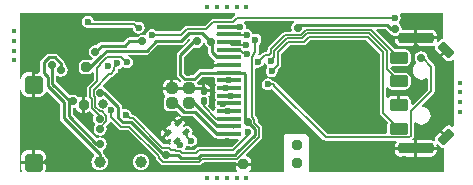
<source format=gbl>
G04*
G04 #@! TF.GenerationSoftware,Altium Limited,Altium Designer,21.8.1 (53)*
G04*
G04 Layer_Physical_Order=2*
G04 Layer_Color=16711680*
%FSLAX24Y24*%
%MOIN*%
G70*
G04*
G04 #@! TF.SameCoordinates,95809A84-84CF-4DA7-BFB4-83C52BA3911F*
G04*
G04*
G04 #@! TF.FilePolarity,Positive*
G04*
G01*
G75*
%ADD10C,0.0098*%
%ADD60C,0.0060*%
%ADD61C,0.0394*%
G04:AMPARAMS|DCode=74|XSize=21.7mil|YSize=23.6mil|CornerRadius=5.4mil|HoleSize=0mil|Usage=FLASHONLY|Rotation=0.000|XOffset=0mil|YOffset=0mil|HoleType=Round|Shape=RoundedRectangle|*
%AMROUNDEDRECTD74*
21,1,0.0217,0.0128,0,0,0.0*
21,1,0.0108,0.0236,0,0,0.0*
1,1,0.0108,0.0054,-0.0064*
1,1,0.0108,-0.0054,-0.0064*
1,1,0.0108,-0.0054,0.0064*
1,1,0.0108,0.0054,0.0064*
%
%ADD74ROUNDEDRECTD74*%
G04:AMPARAMS|DCode=86|XSize=25.2mil|YSize=17.7mil|CornerRadius=4.4mil|HoleSize=0mil|Usage=FLASHONLY|Rotation=225.000|XOffset=0mil|YOffset=0mil|HoleType=Round|Shape=RoundedRectangle|*
%AMROUNDEDRECTD86*
21,1,0.0252,0.0089,0,0,225.0*
21,1,0.0163,0.0177,0,0,225.0*
1,1,0.0089,-0.0089,-0.0026*
1,1,0.0089,0.0026,0.0089*
1,1,0.0089,0.0089,0.0026*
1,1,0.0089,-0.0026,-0.0089*
%
%ADD86ROUNDEDRECTD86*%
G04:AMPARAMS|DCode=99|XSize=31.5mil|YSize=31.5mil|CornerRadius=7.9mil|HoleSize=0mil|Usage=FLASHONLY|Rotation=0.000|XOffset=0mil|YOffset=0mil|HoleType=Round|Shape=RoundedRectangle|*
%AMROUNDEDRECTD99*
21,1,0.0315,0.0157,0,0,0.0*
21,1,0.0157,0.0315,0,0,0.0*
1,1,0.0157,0.0079,-0.0079*
1,1,0.0157,-0.0079,-0.0079*
1,1,0.0157,-0.0079,0.0079*
1,1,0.0157,0.0079,0.0079*
%
%ADD99ROUNDEDRECTD99*%
%ADD100C,0.0236*%
%ADD101C,0.0315*%
G04:AMPARAMS|DCode=102|XSize=31.5mil|YSize=31.5mil|CornerRadius=7.9mil|HoleSize=0mil|Usage=FLASHONLY|Rotation=90.000|XOffset=0mil|YOffset=0mil|HoleType=Round|Shape=RoundedRectangle|*
%AMROUNDEDRECTD102*
21,1,0.0315,0.0157,0,0,90.0*
21,1,0.0157,0.0315,0,0,90.0*
1,1,0.0157,0.0079,0.0079*
1,1,0.0157,0.0079,-0.0079*
1,1,0.0157,-0.0079,-0.0079*
1,1,0.0157,-0.0079,0.0079*
%
%ADD102ROUNDEDRECTD102*%
G04:AMPARAMS|DCode=103|XSize=63mil|YSize=63mil|CornerRadius=15.7mil|HoleSize=0mil|Usage=FLASHONLY|Rotation=0.000|XOffset=0mil|YOffset=0mil|HoleType=Round|Shape=RoundedRectangle|*
%AMROUNDEDRECTD103*
21,1,0.0630,0.0315,0,0,0.0*
21,1,0.0315,0.0630,0,0,0.0*
1,1,0.0315,0.0157,-0.0157*
1,1,0.0315,-0.0157,-0.0157*
1,1,0.0315,-0.0157,0.0157*
1,1,0.0315,0.0157,0.0157*
%
%ADD103ROUNDEDRECTD103*%
%ADD104C,0.0157*%
%ADD105C,0.0276*%
G04:AMPARAMS|DCode=106|XSize=55.1mil|YSize=31.5mil|CornerRadius=7.9mil|HoleSize=0mil|Usage=FLASHONLY|Rotation=135.000|XOffset=0mil|YOffset=0mil|HoleType=Round|Shape=RoundedRectangle|*
%AMROUNDEDRECTD106*
21,1,0.0551,0.0157,0,0,135.0*
21,1,0.0394,0.0315,0,0,135.0*
1,1,0.0157,-0.0084,0.0195*
1,1,0.0157,0.0195,-0.0084*
1,1,0.0157,0.0084,-0.0195*
1,1,0.0157,-0.0195,0.0084*
%
%ADD106ROUNDEDRECTD106*%
G04:AMPARAMS|DCode=107|XSize=55.1mil|YSize=31.5mil|CornerRadius=7.9mil|HoleSize=0mil|Usage=FLASHONLY|Rotation=45.000|XOffset=0mil|YOffset=0mil|HoleType=Round|Shape=RoundedRectangle|*
%AMROUNDEDRECTD107*
21,1,0.0551,0.0157,0,0,45.0*
21,1,0.0394,0.0315,0,0,45.0*
1,1,0.0157,0.0195,0.0084*
1,1,0.0157,-0.0084,-0.0195*
1,1,0.0157,-0.0195,-0.0084*
1,1,0.0157,0.0084,0.0195*
%
%ADD107ROUNDEDRECTD107*%
G04:AMPARAMS|DCode=108|XSize=39.4mil|YSize=63mil|CornerRadius=9.8mil|HoleSize=0mil|Usage=FLASHONLY|Rotation=90.000|XOffset=0mil|YOffset=0mil|HoleType=Round|Shape=RoundedRectangle|*
%AMROUNDEDRECTD108*
21,1,0.0394,0.0433,0,0,90.0*
21,1,0.0197,0.0630,0,0,90.0*
1,1,0.0197,0.0217,0.0098*
1,1,0.0197,0.0217,-0.0098*
1,1,0.0197,-0.0217,-0.0098*
1,1,0.0197,-0.0217,0.0098*
%
%ADD108ROUNDEDRECTD108*%
G04:AMPARAMS|DCode=109|XSize=118.1mil|YSize=33.5mil|CornerRadius=8.4mil|HoleSize=0mil|Usage=FLASHONLY|Rotation=0.000|XOffset=0mil|YOffset=0mil|HoleType=Round|Shape=RoundedRectangle|*
%AMROUNDEDRECTD109*
21,1,0.1181,0.0167,0,0,0.0*
21,1,0.1014,0.0335,0,0,0.0*
1,1,0.0167,0.0507,-0.0084*
1,1,0.0167,-0.0507,-0.0084*
1,1,0.0167,-0.0507,0.0084*
1,1,0.0167,0.0507,0.0084*
%
%ADD109ROUNDEDRECTD109*%
G04:AMPARAMS|DCode=110|XSize=82.7mil|YSize=13.8mil|CornerRadius=3.4mil|HoleSize=0mil|Usage=FLASHONLY|Rotation=180.000|XOffset=0mil|YOffset=0mil|HoleType=Round|Shape=RoundedRectangle|*
%AMROUNDEDRECTD110*
21,1,0.0827,0.0069,0,0,180.0*
21,1,0.0758,0.0138,0,0,180.0*
1,1,0.0069,-0.0379,0.0034*
1,1,0.0069,0.0379,0.0034*
1,1,0.0069,0.0379,-0.0034*
1,1,0.0069,-0.0379,-0.0034*
%
%ADD110ROUNDEDRECTD110*%
G04:AMPARAMS|DCode=111|XSize=37.4mil|YSize=37.4mil|CornerRadius=9.4mil|HoleSize=0mil|Usage=FLASHONLY|Rotation=0.000|XOffset=0mil|YOffset=0mil|HoleType=Round|Shape=RoundedRectangle|*
%AMROUNDEDRECTD111*
21,1,0.0374,0.0187,0,0,0.0*
21,1,0.0187,0.0374,0,0,0.0*
1,1,0.0187,0.0094,-0.0094*
1,1,0.0187,-0.0094,-0.0094*
1,1,0.0187,-0.0094,0.0094*
1,1,0.0187,0.0094,0.0094*
%
%ADD111ROUNDEDRECTD111*%
G36*
X14191Y-876D02*
X14199Y-914D01*
X14158Y-944D01*
X14140Y-948D01*
X14081Y-987D01*
X14011Y-1057D01*
X13965Y-1032D01*
X13972Y-999D01*
Y-965D01*
X13328D01*
Y-1186D01*
X13784D01*
X13856Y-1172D01*
X13879Y-1157D01*
X13924Y-1187D01*
X13916Y-1228D01*
X13930Y-1297D01*
X13970Y-1356D01*
X14073Y-1460D01*
X14258Y-1276D01*
X14329Y-1346D01*
X14144Y-1531D01*
X14248Y-1635D01*
X14307Y-1674D01*
X14377Y-1688D01*
X14447Y-1674D01*
X14497Y-1640D01*
X14547Y-1656D01*
Y-3860D01*
X14497Y-3875D01*
X14447Y-3841D01*
X14377Y-3828D01*
X14307Y-3841D01*
X14248Y-3881D01*
X14144Y-3985D01*
X14329Y-4169D01*
X14258Y-4240D01*
X14073Y-4056D01*
X13970Y-4159D01*
X13930Y-4219D01*
X13916Y-4288D01*
X13923Y-4325D01*
X13878Y-4355D01*
X13856Y-4340D01*
X13784Y-4326D01*
X13328D01*
Y-4546D01*
X13972D01*
Y-4513D01*
X13966Y-4484D01*
X14012Y-4460D01*
X14081Y-4528D01*
X14140Y-4568D01*
X14210Y-4582D01*
X14211Y-4629D01*
Y-5384D01*
X9715D01*
Y-4298D01*
X9703Y-4240D01*
X9680Y-4185D01*
X9647Y-4135D01*
X9626Y-4114D01*
X8970D01*
X8938Y-4121D01*
X8907Y-4133D01*
X8880Y-4152D01*
X8868Y-4163D01*
Y-5332D01*
X8869Y-5334D01*
X8839Y-5378D01*
X8830Y-5384D01*
X7740D01*
X7725Y-5334D01*
X7737Y-5326D01*
X7777Y-5267D01*
X7790Y-5197D01*
Y-5168D01*
X7269D01*
Y-5197D01*
X7282Y-5267D01*
X7322Y-5326D01*
X7334Y-5334D01*
X7319Y-5384D01*
X961D01*
X933Y-5334D01*
X950Y-5294D01*
X959Y-5226D01*
Y-5119D01*
X124D01*
Y-5226D01*
X133Y-5294D01*
X150Y-5334D01*
X121Y-5384D01*
X71D01*
Y-3306D01*
X75Y-2636D01*
X125Y-2633D01*
X133Y-2695D01*
X159Y-2758D01*
X200Y-2812D01*
X254Y-2853D01*
X317Y-2879D01*
X384Y-2888D01*
X491D01*
Y-2470D01*
Y-2053D01*
X384D01*
X317Y-2062D01*
X254Y-2088D01*
X200Y-2129D01*
X159Y-2183D01*
X133Y-2246D01*
X127Y-2293D01*
X77Y-2289D01*
X90Y-98D01*
X7255D01*
X7262Y-119D01*
X7263Y-148D01*
X7234Y-168D01*
X7134Y-268D01*
X6529D01*
X6487Y-276D01*
X6451Y-300D01*
X6238Y-513D01*
X5643D01*
X5601Y-521D01*
X5565Y-545D01*
X5414Y-696D01*
X4639D01*
X4622Y-672D01*
X4557Y-628D01*
X4480Y-613D01*
X4403Y-628D01*
X4338Y-672D01*
X4295Y-737D01*
X4284Y-788D01*
X4276Y-796D01*
X4236Y-820D01*
X4231Y-821D01*
X4164Y-808D01*
X4080Y-824D01*
X4008Y-872D01*
X3991Y-898D01*
X3720D01*
X3670Y-908D01*
X3628Y-936D01*
X3523Y-1041D01*
X2805D01*
X2755Y-1051D01*
X2713Y-1079D01*
X2632Y-1160D01*
X2593Y-1152D01*
X2509Y-1169D01*
X2437Y-1217D01*
X2389Y-1288D01*
X2373Y-1373D01*
X2389Y-1457D01*
X2437Y-1529D01*
X2490Y-1564D01*
X2501Y-1622D01*
X2453Y-1666D01*
X2433Y-1653D01*
X2372Y-1641D01*
X2215D01*
X2153Y-1653D01*
X2101Y-1688D01*
X2066Y-1740D01*
X2054Y-1801D01*
Y-1959D01*
X2066Y-2020D01*
X2101Y-2072D01*
X2153Y-2107D01*
X2215Y-2119D01*
X2372D01*
X2433Y-2107D01*
X2486Y-2072D01*
X2497Y-2056D01*
X2547Y-2071D01*
Y-2307D01*
X2340Y-2514D01*
X2316Y-2550D01*
X2308Y-2592D01*
Y-2867D01*
X2293Y-2879D01*
X2265D01*
Y-3140D01*
Y-3401D01*
X2293D01*
X2363Y-3387D01*
X2418Y-3350D01*
X2554Y-3486D01*
X2532Y-3518D01*
X2516Y-3603D01*
X2532Y-3687D01*
X2573Y-3748D01*
X2580Y-3759D01*
X2581Y-3819D01*
X2552Y-3862D01*
X2535Y-3947D01*
X2552Y-4031D01*
X2600Y-4103D01*
X2671Y-4151D01*
X2756Y-4168D01*
X2840Y-4151D01*
X2912Y-4103D01*
X2960Y-4031D01*
X2977Y-3947D01*
X2960Y-3862D01*
X2958Y-3860D01*
X3042Y-3775D01*
X3066Y-3739D01*
X3072Y-3711D01*
X3120Y-3689D01*
X3381Y-3949D01*
X3417Y-3973D01*
X3459Y-3981D01*
X3687D01*
X4603Y-4897D01*
Y-4917D01*
X4611Y-4960D01*
X4635Y-4996D01*
X4769Y-5129D01*
X4804Y-5153D01*
X4847Y-5162D01*
X5036D01*
X5073Y-5154D01*
X6062D01*
X6104Y-5146D01*
X6140Y-5122D01*
X6206Y-5055D01*
X7269D01*
Y-5068D01*
X7790D01*
Y-5039D01*
X7777Y-4970D01*
X7737Y-4911D01*
X7678Y-4871D01*
X7623Y-4860D01*
X7601Y-4811D01*
X8126Y-4287D01*
X8150Y-4251D01*
X8158Y-4209D01*
Y-3902D01*
X8150Y-3859D01*
X8126Y-3823D01*
X8006Y-3704D01*
Y-3636D01*
X7998Y-3594D01*
X7974Y-3558D01*
X7924Y-3508D01*
Y-1940D01*
X7974Y-1904D01*
X8022Y-1913D01*
X8098Y-1898D01*
X8164Y-1855D01*
X8207Y-1789D01*
X8213Y-1758D01*
X8264D01*
X8266Y-1770D01*
X8308Y-1832D01*
X8310Y-1836D01*
X8317Y-1900D01*
X8289Y-1941D01*
X8274Y-2018D01*
X8289Y-2095D01*
X8332Y-2160D01*
X8398Y-2203D01*
X8474Y-2218D01*
X8551Y-2203D01*
X8616Y-2160D01*
X8660Y-2095D01*
X8675Y-2018D01*
X8668Y-1981D01*
X8761Y-1887D01*
X8785Y-1851D01*
X8794Y-1809D01*
Y-1443D01*
X9073Y-1164D01*
X9539D01*
X9582Y-1156D01*
X9618Y-1131D01*
X9762Y-987D01*
X11623D01*
X12071Y-1435D01*
Y-3412D01*
X12080Y-3455D01*
X12104Y-3491D01*
X12347Y-3734D01*
X12323Y-3769D01*
X12310Y-3839D01*
Y-4035D01*
X12315Y-4063D01*
X12274Y-4113D01*
X10323D01*
X8671Y-2461D01*
X8670Y-2461D01*
X8595Y-2385D01*
X8559Y-2361D01*
X8516Y-2353D01*
X8514D01*
X8493Y-2321D01*
X8428Y-2278D01*
X8351Y-2263D01*
X8275Y-2278D01*
X8209Y-2321D01*
X8166Y-2387D01*
X8151Y-2463D01*
X8166Y-2540D01*
X8209Y-2605D01*
X8275Y-2649D01*
X8351Y-2664D01*
X8428Y-2649D01*
X8493Y-2605D01*
X8532Y-2635D01*
X10199Y-4302D01*
X10235Y-4326D01*
X10277Y-4335D01*
X12617D01*
X12631Y-4364D01*
X12635Y-4385D01*
X12598Y-4441D01*
X12583Y-4513D01*
Y-4546D01*
X13228D01*
Y-4326D01*
X13185D01*
X13164Y-4276D01*
X13190Y-4249D01*
X13214Y-4214D01*
X13222Y-4171D01*
Y-3735D01*
X13272Y-3721D01*
X13326Y-3762D01*
X13397Y-3792D01*
X13474Y-3802D01*
X13551Y-3792D01*
X13623Y-3762D01*
X13685Y-3715D01*
X13732Y-3653D01*
X13762Y-3581D01*
X13772Y-3504D01*
X13762Y-3427D01*
X13732Y-3355D01*
X13685Y-3293D01*
X13623Y-3246D01*
X13551Y-3216D01*
X13495Y-3209D01*
X13475Y-3158D01*
X13869Y-2764D01*
X13893Y-2728D01*
X13902Y-2686D01*
Y-1871D01*
X13893Y-1829D01*
X13869Y-1793D01*
X13672Y-1596D01*
X13676Y-1575D01*
X13659Y-1490D01*
X13611Y-1419D01*
X13540Y-1371D01*
X13455Y-1354D01*
X13371Y-1371D01*
X13299Y-1419D01*
X13251Y-1490D01*
X13235Y-1575D01*
X13251Y-1659D01*
X13291Y-1719D01*
X13299Y-1731D01*
X13285Y-1781D01*
X13264Y-1797D01*
X13216Y-1859D01*
X13187Y-1931D01*
X13177Y-2008D01*
X13187Y-2085D01*
X13216Y-2157D01*
X13264Y-2218D01*
X13326Y-2266D01*
X13397Y-2296D01*
X13474Y-2306D01*
X13551Y-2296D01*
X13623Y-2266D01*
X13635Y-2257D01*
X13680Y-2279D01*
Y-2640D01*
X13172Y-3148D01*
X13126Y-3129D01*
Y-3051D01*
X13110Y-2974D01*
X13066Y-2908D01*
X13001Y-2864D01*
X12923Y-2849D01*
X12757D01*
Y-3150D01*
X12657D01*
Y-2849D01*
X12490D01*
X12413Y-2864D01*
X12347Y-2908D01*
X12343Y-2915D01*
X12293Y-2899D01*
Y-2574D01*
X12343Y-2559D01*
X12362Y-2588D01*
X12421Y-2628D01*
X12490Y-2641D01*
X12923D01*
X12992Y-2628D01*
X13051Y-2588D01*
X13090Y-2530D01*
X13104Y-2461D01*
Y-2264D01*
X13090Y-2195D01*
X13051Y-2136D01*
X12992Y-2097D01*
X12923Y-2083D01*
X12584D01*
X12433Y-1932D01*
X12435Y-1885D01*
X12477Y-1851D01*
X12490Y-1854D01*
X12923D01*
X12992Y-1840D01*
X13051Y-1801D01*
X13090Y-1742D01*
X13104Y-1673D01*
Y-1476D01*
X13090Y-1407D01*
X13051Y-1349D01*
X12992Y-1310D01*
X12923Y-1296D01*
X12584D01*
X11962Y-674D01*
X11982Y-628D01*
X12274D01*
X12359Y-712D01*
X12401Y-740D01*
X12405Y-741D01*
X12428Y-776D01*
X12500Y-824D01*
X12583Y-840D01*
Y-865D01*
X13228D01*
Y-644D01*
X12826D01*
X12805Y-620D01*
X12789Y-535D01*
X12741Y-464D01*
X12711Y-444D01*
Y-394D01*
X12721Y-388D01*
X12764Y-323D01*
X12779Y-246D01*
X12764Y-169D01*
X12750Y-148D01*
X12777Y-98D01*
X13231D01*
X14191D01*
Y-876D01*
D02*
G37*
G36*
X6240Y-1070D02*
X6252Y-1128D01*
X6300Y-1199D01*
X6340Y-1226D01*
Y-1378D01*
X6350Y-1428D01*
X6378Y-1470D01*
X6559Y-1651D01*
X6591Y-1686D01*
X6561Y-1730D01*
X6554Y-1767D01*
X7067D01*
Y-1867D01*
X6554D01*
X6559Y-1892D01*
X6532Y-1942D01*
X6106D01*
X6056Y-1952D01*
X6014Y-1981D01*
X5841Y-2154D01*
X5631D01*
X5563Y-2086D01*
Y-1543D01*
X5878Y-1228D01*
X5892Y-1237D01*
X5976Y-1254D01*
X6061Y-1237D01*
X6132Y-1189D01*
X6180Y-1117D01*
X6189Y-1070D01*
X6240D01*
D02*
G37*
G36*
X9221Y-407D02*
X9195Y-425D01*
X9147Y-496D01*
X9130Y-581D01*
X9144Y-653D01*
X9116Y-703D01*
X8928D01*
X8885Y-711D01*
X8850Y-735D01*
X8365Y-1220D01*
X8341Y-1256D01*
X8333Y-1298D01*
Y-1374D01*
X8249D01*
X8207Y-1383D01*
X8171Y-1407D01*
X8080Y-1497D01*
X8053Y-1493D01*
X8031Y-1438D01*
X8035Y-1432D01*
X8044Y-1389D01*
Y-1137D01*
X8075Y-1116D01*
X8119Y-1051D01*
X8134Y-974D01*
X8119Y-898D01*
X8075Y-832D01*
X8010Y-789D01*
X7933Y-774D01*
X7856Y-789D01*
X7831Y-778D01*
X7823Y-740D01*
X7780Y-675D01*
X7715Y-632D01*
X7638Y-616D01*
X7611Y-589D01*
X7619Y-546D01*
X7604Y-469D01*
X7562Y-407D01*
X7565Y-393D01*
X7579Y-357D01*
X9206D01*
X9221Y-407D01*
D02*
G37*
G36*
X5753Y-966D02*
X5753Y-984D01*
X5340Y-1397D01*
X5312Y-1439D01*
X5302Y-1489D01*
Y-2140D01*
X5312Y-2190D01*
X5340Y-2232D01*
X5457Y-2349D01*
X5446Y-2376D01*
X5390Y-2379D01*
X5381Y-2365D01*
X5317Y-2323D01*
X5241Y-2308D01*
X5198D01*
Y-2598D01*
X5148D01*
Y-2648D01*
X4857D01*
Y-2692D01*
X4872Y-2767D01*
X4911Y-2826D01*
X4930Y-2873D01*
X4892Y-2930D01*
X4879Y-2997D01*
Y-3184D01*
X4892Y-3251D01*
X4930Y-3308D01*
X4987Y-3346D01*
X5054Y-3360D01*
X5241D01*
X5308Y-3346D01*
X5312Y-3344D01*
X5323Y-3355D01*
X5330Y-3360D01*
X5449Y-3479D01*
X5491Y-3507D01*
X5541Y-3517D01*
X5862D01*
X6557Y-4212D01*
X6600Y-4241D01*
X6619Y-4244D01*
X6644Y-4261D01*
X6688Y-4270D01*
X7366D01*
X7385Y-4316D01*
X7146Y-4556D01*
X6045D01*
X6003Y-4564D01*
X5967Y-4588D01*
X5901Y-4654D01*
X5606D01*
X5603Y-4651D01*
X5584Y-4604D01*
X5617Y-4554D01*
X5623Y-4526D01*
X5678Y-4503D01*
X5712Y-4526D01*
X5789Y-4541D01*
X5866Y-4526D01*
X5931Y-4482D01*
X5974Y-4417D01*
X5989Y-4341D01*
X5974Y-4264D01*
X5931Y-4199D01*
X5866Y-4155D01*
X5840Y-4150D01*
X5834Y-4144D01*
X5818Y-4095D01*
X5832Y-4074D01*
X5842Y-4026D01*
X5832Y-3978D01*
X5805Y-3937D01*
X5742Y-3874D01*
X5702Y-3847D01*
X5653Y-3838D01*
X5605Y-3847D01*
X5565Y-3874D01*
X5531Y-3840D01*
X5563Y-3793D01*
X5574Y-3736D01*
X5563Y-3680D01*
X5534Y-3637D01*
X5373Y-3798D01*
X5338Y-3763D01*
X5302Y-3798D01*
X5167Y-3663D01*
X5144Y-3685D01*
X5113Y-3733D01*
X5101Y-3789D01*
X5102Y-3791D01*
X5059Y-3834D01*
X5049Y-3832D01*
X4993Y-3843D01*
X4945Y-3875D01*
X4923Y-3897D01*
X5058Y-4032D01*
X5023Y-4068D01*
X5058Y-4103D01*
X4897Y-4264D01*
X4940Y-4293D01*
X4996Y-4304D01*
X5052Y-4293D01*
X5100Y-4261D01*
X5134Y-4295D01*
X5107Y-4336D01*
X5098Y-4384D01*
X5107Y-4431D01*
X5102Y-4440D01*
X5090Y-4457D01*
X5073Y-4471D01*
X5044Y-4465D01*
X4878D01*
X3926Y-3514D01*
X3890Y-3490D01*
X3848Y-3482D01*
X3803D01*
X3789Y-3410D01*
X3746Y-3345D01*
X3680Y-3301D01*
X3604Y-3286D01*
X3538Y-3299D01*
X3488Y-3272D01*
Y-3201D01*
X3478Y-3151D01*
X3449Y-3109D01*
X2985Y-2644D01*
X2948Y-2620D01*
X2922Y-2580D01*
X2865Y-2542D01*
X2851Y-2485D01*
X3112Y-2225D01*
X3117D01*
X3160Y-2217D01*
X3196Y-2193D01*
X3312Y-2076D01*
X3336Y-2040D01*
X3345Y-1998D01*
Y-1949D01*
X3404Y-1937D01*
X3469Y-1894D01*
X3473Y-1887D01*
X3539Y-1879D01*
X3576Y-1903D01*
X3652Y-1918D01*
X3729Y-1903D01*
X3794Y-1860D01*
X3838Y-1794D01*
X3853Y-1718D01*
X3838Y-1641D01*
X3794Y-1576D01*
X3729Y-1532D01*
X3663Y-1519D01*
X3668Y-1469D01*
X4301D01*
X4351Y-1459D01*
X4393Y-1431D01*
X4679Y-1145D01*
X5454D01*
X5504Y-1135D01*
X5546Y-1107D01*
X5648Y-1005D01*
X5659Y-989D01*
X5703Y-945D01*
X5753Y-966D01*
D02*
G37*
G36*
X6581Y-2249D02*
X6581Y-2253D01*
X6573Y-2294D01*
Y-2363D01*
X6581Y-2407D01*
X6606Y-2445D01*
Y-2469D01*
X6581Y-2506D01*
X6573Y-2550D01*
Y-2619D01*
X6581Y-2663D01*
X6590Y-2676D01*
X6602Y-2713D01*
X6590Y-2750D01*
X6581Y-2762D01*
X6573Y-2806D01*
Y-2875D01*
X6581Y-2919D01*
X6606Y-2957D01*
Y-2980D01*
X6581Y-3018D01*
X6573Y-3062D01*
Y-3131D01*
X6581Y-3175D01*
X6590Y-3187D01*
X6602Y-3224D01*
X6590Y-3261D01*
X6581Y-3274D01*
X6573Y-3318D01*
Y-3332D01*
X6523Y-3352D01*
X6359Y-3189D01*
X6361Y-3172D01*
X6390Y-3128D01*
X6400Y-3076D01*
Y-2948D01*
X6390Y-2896D01*
X6365Y-2859D01*
X6376Y-2852D01*
X6410Y-2801D01*
X6422Y-2741D01*
Y-2727D01*
X6211D01*
Y-2677D01*
X6161D01*
Y-2456D01*
X6156D01*
X6096Y-2468D01*
X6058Y-2494D01*
X6016Y-2483D01*
X6003Y-2475D01*
X5994Y-2429D01*
X5968Y-2390D01*
X5987Y-2377D01*
X6160Y-2203D01*
X6553D01*
X6581Y-2249D01*
D02*
G37*
%LPC*%
G36*
X2343Y-173D02*
X2266Y-189D01*
X2201Y-232D01*
X2157Y-297D01*
X2142Y-374D01*
X2157Y-451D01*
X2201Y-516D01*
X2266Y-559D01*
X2343Y-575D01*
X2415Y-560D01*
X2423Y-566D01*
X2466Y-574D01*
X3835D01*
X3850Y-648D01*
X3894Y-713D01*
X3959Y-756D01*
X4035Y-772D01*
X4112Y-756D01*
X4177Y-713D01*
X4221Y-648D01*
X4236Y-571D01*
X4221Y-494D01*
X4177Y-429D01*
X4112Y-385D01*
X4035Y-370D01*
X3965Y-384D01*
X3931Y-361D01*
X3888Y-353D01*
X2539D01*
X2528Y-297D01*
X2484Y-232D01*
X2419Y-189D01*
X2343Y-173D01*
D02*
G37*
G36*
X13784Y-644D02*
X13328D01*
Y-865D01*
X13972D01*
Y-832D01*
X13957Y-760D01*
X13917Y-699D01*
X13856Y-659D01*
X13784Y-644D01*
D02*
G37*
G36*
X13228Y-965D02*
X12583D01*
Y-999D01*
X12598Y-1071D01*
X12638Y-1131D01*
X12699Y-1172D01*
X12771Y-1186D01*
X13228D01*
Y-965D01*
D02*
G37*
G36*
X1244Y-1434D02*
X1039D01*
X990Y-1444D01*
X947Y-1472D01*
X803Y-1617D01*
X774Y-1659D01*
X764Y-1709D01*
Y-2024D01*
X727Y-2057D01*
X699Y-2053D01*
X591D01*
Y-2470D01*
Y-2888D01*
X699D01*
X766Y-2879D01*
X829Y-2853D01*
X882Y-2812D01*
X924Y-2758D01*
X946Y-2705D01*
X996Y-2684D01*
X1424Y-3112D01*
Y-3589D01*
X1434Y-3639D01*
X1462Y-3681D01*
X2065Y-4284D01*
X2079Y-4306D01*
X2556Y-4783D01*
X2553Y-4833D01*
X2540Y-4843D01*
X2495Y-4900D01*
X2468Y-4967D01*
X2458Y-5039D01*
X2468Y-5111D01*
X2495Y-5178D01*
X2540Y-5236D01*
X2597Y-5280D01*
X2664Y-5308D01*
X2736Y-5317D01*
X2808Y-5308D01*
X2875Y-5280D01*
X2933Y-5236D01*
X2977Y-5178D01*
X3005Y-5111D01*
X3014Y-5039D01*
X3005Y-4967D01*
X2977Y-4900D01*
X2933Y-4843D01*
X2875Y-4799D01*
X2867Y-4795D01*
Y-4779D01*
X2857Y-4729D01*
X2840Y-4704D01*
X2840Y-4691D01*
X2850Y-4653D01*
X2856Y-4643D01*
X2912Y-4605D01*
X2960Y-4534D01*
X2977Y-4449D01*
X2960Y-4365D01*
X2912Y-4293D01*
X2841Y-4245D01*
X2756Y-4228D01*
X2672Y-4245D01*
X2640Y-4266D01*
X1843Y-3470D01*
Y-3242D01*
X1905Y-3230D01*
X1954Y-3254D01*
X1962Y-3261D01*
X1967Y-3288D01*
X2007Y-3347D01*
X2066Y-3387D01*
X2136Y-3401D01*
X2165D01*
Y-3140D01*
Y-2879D01*
X2136D01*
X2066Y-2893D01*
X2031Y-2916D01*
X1997Y-2866D01*
X1925Y-2818D01*
X1841Y-2801D01*
X1756Y-2818D01*
X1736Y-2831D01*
X1294Y-2389D01*
Y-2199D01*
X1338Y-2176D01*
X1362Y-2192D01*
X1447Y-2209D01*
X1531Y-2192D01*
X1603Y-2144D01*
X1651Y-2073D01*
X1668Y-1988D01*
X1651Y-1904D01*
X1603Y-1832D01*
X1577Y-1815D01*
Y-1767D01*
X1567Y-1717D01*
X1539Y-1675D01*
X1336Y-1472D01*
X1294Y-1444D01*
X1244Y-1434D01*
D02*
G37*
G36*
X13972Y-4646D02*
X13328D01*
Y-4867D01*
X13784D01*
X13856Y-4853D01*
X13917Y-4813D01*
X13957Y-4752D01*
X13972Y-4680D01*
Y-4646D01*
D02*
G37*
G36*
X13228D02*
X12583D01*
Y-4680D01*
X12598Y-4752D01*
X12638Y-4813D01*
X12699Y-4853D01*
X12771Y-4867D01*
X13228D01*
Y-4646D01*
D02*
G37*
G36*
X699Y-4652D02*
X591D01*
Y-5019D01*
X959D01*
Y-4911D01*
X950Y-4844D01*
X924Y-4782D01*
X882Y-4728D01*
X829Y-4687D01*
X766Y-4661D01*
X699Y-4652D01*
D02*
G37*
G36*
X491D02*
X384D01*
X317Y-4661D01*
X254Y-4687D01*
X200Y-4728D01*
X159Y-4782D01*
X133Y-4844D01*
X124Y-4911D01*
Y-5019D01*
X491D01*
Y-4652D01*
D02*
G37*
G36*
X4114Y-4771D02*
X4042Y-4781D01*
X3975Y-4808D01*
X3918Y-4853D01*
X3873Y-4910D01*
X3846Y-4977D01*
X3836Y-5049D01*
X3846Y-5121D01*
X3873Y-5188D01*
X3918Y-5246D01*
X3975Y-5290D01*
X4042Y-5318D01*
X4114Y-5327D01*
X4186Y-5318D01*
X4253Y-5290D01*
X4311Y-5246D01*
X4355Y-5188D01*
X4383Y-5121D01*
X4392Y-5049D01*
X4383Y-4977D01*
X4355Y-4910D01*
X4311Y-4853D01*
X4253Y-4808D01*
X4186Y-4781D01*
X4114Y-4771D01*
D02*
G37*
G36*
X5098Y-2308D02*
X5054D01*
X4979Y-2323D01*
X4915Y-2365D01*
X4872Y-2429D01*
X4857Y-2505D01*
Y-2548D01*
X5098D01*
Y-2308D01*
D02*
G37*
G36*
X5364Y-3527D02*
X5308Y-3538D01*
X5260Y-3570D01*
X5238Y-3592D01*
X5338Y-3692D01*
X5463Y-3566D01*
X5420Y-3538D01*
X5364Y-3527D01*
D02*
G37*
G36*
X4852Y-3968D02*
X4829Y-3990D01*
X4798Y-4038D01*
X4786Y-4094D01*
X4798Y-4151D01*
X4826Y-4193D01*
X4952Y-4068D01*
X4852Y-3968D01*
D02*
G37*
G36*
X6265Y-2456D02*
X6261D01*
Y-2627D01*
X6422D01*
Y-2613D01*
X6410Y-2553D01*
X6376Y-2502D01*
X6325Y-2468D01*
X6265Y-2456D01*
D02*
G37*
%LPD*%
D10*
X2696Y-1620D02*
X2788Y-1528D01*
X2415Y-1880D02*
X2696Y-1620D01*
X2593Y-1373D02*
X2625Y-1352D01*
X2788Y-1528D02*
X2997Y-1339D01*
X2625Y-1352D02*
X2805Y-1171D01*
X2997Y-1339D02*
X4301D01*
X2293Y-1880D02*
X2415D01*
X6147Y-763D02*
X6471Y-1086D01*
Y-1378D02*
X6654Y-1561D01*
X6471Y-1378D02*
Y-1086D01*
X6654Y-1561D02*
X6654D01*
X2805Y-1171D02*
X3577D01*
X3720Y-1028D01*
X4164D01*
X4301Y-1339D02*
X4625Y-1015D01*
X5454D01*
X5556Y-913D01*
X5227Y-4823D02*
X5228Y-4824D01*
X5357D02*
X5437Y-4904D01*
X4882Y-4823D02*
X5227D01*
X5228Y-4824D02*
X5357D01*
X6004Y-4904D02*
X6103Y-4805D01*
X5437Y-4904D02*
X6004D01*
X6103Y-4805D02*
X7249D01*
X3790Y-3731D02*
X4882Y-4823D01*
X3357Y-3572D02*
X3517Y-3731D01*
X3790D01*
X2892Y-2736D02*
X3357Y-3201D01*
Y-3572D02*
Y-3201D01*
X12451Y-620D02*
X12585D01*
X12328Y-497D02*
X12451Y-620D01*
X9434Y-497D02*
X12328D01*
X2171Y-4214D02*
X2736Y-4779D01*
X1554Y-3589D02*
X2171Y-4207D01*
X2736Y-5039D02*
Y-4779D01*
X2171Y-4214D02*
Y-4207D01*
X1713Y-2992D02*
X1843D01*
X1713Y-3524D02*
Y-3012D01*
X1841Y-2995D02*
X1843Y-2992D01*
X1841Y-3012D02*
Y-2995D01*
X2628Y-4439D02*
X2756D01*
X1713Y-3524D02*
X2628Y-4439D01*
X1163Y-2443D02*
X1713Y-2992D01*
X1005Y-2509D02*
Y-2203D01*
X1554Y-3589D02*
Y-3058D01*
X1005Y-2509D02*
X1554Y-3058D01*
X1244Y-1564D02*
X1447Y-1767D01*
Y-1988D02*
Y-1767D01*
X1163Y-2443D02*
Y-1833D01*
X1142Y-1811D02*
X1163Y-1833D01*
X895Y-2092D02*
Y-1709D01*
Y-2092D02*
X1005Y-2203D01*
X1039Y-1564D02*
X1244D01*
X895Y-1709D02*
X1039Y-1564D01*
X6106Y-2073D02*
X6654D01*
X5895Y-2284D02*
X6106Y-2073D01*
X5577Y-2284D02*
X5895D01*
X2766Y-2736D02*
X2892D01*
X9351Y-581D02*
X9434Y-497D01*
X7908Y-4151D02*
Y-3959D01*
X7680Y-3731D02*
X7908Y-3959D01*
X7668Y-3731D02*
X7680D01*
X7191Y-3864D02*
X7195Y-3868D01*
X5023Y-4068D02*
X5056D01*
X6299Y-1770D02*
X6346Y-1817D01*
X6654D01*
X7590Y-3652D02*
X7668Y-3731D01*
X5432Y-2140D02*
X5577Y-2284D01*
X5432Y-2140D02*
Y-1489D01*
X5556Y-913D02*
Y-907D01*
X5701Y-763D02*
X6147D01*
X5556Y-907D02*
X5701Y-763D01*
X5719Y-3091D02*
X5880D01*
X6654Y-3864D01*
X5916Y-3387D02*
X6650Y-4120D01*
X5541Y-3387D02*
X5916D01*
X5417Y-3263D02*
X5541Y-3387D01*
X5415Y-3263D02*
X5417D01*
X5243Y-3091D02*
X5415Y-3263D01*
X5167Y-3091D02*
X5243D01*
X6650Y-4120D02*
X6654D01*
X5167Y-2598D02*
X5719D01*
X6122D01*
X6201Y-2677D01*
X7546Y-2073D02*
X7590Y-2116D01*
X6654Y-2073D02*
X7546D01*
X7590Y-3652D02*
Y-2116D01*
X5432Y-1489D02*
X5892Y-1029D01*
X7323Y-4732D02*
X7328D01*
X7249Y-4805D02*
X7323Y-4732D01*
X7328D02*
X7908Y-4151D01*
D60*
X2750Y-1782D02*
G03*
X2727Y-1858I222J-107D01*
G01*
X3058Y-2122D02*
G03*
X3076Y-2115I-86J232D01*
G01*
X2988Y-1544D02*
X3453D01*
X2657Y-1928D02*
X2727Y-1858D01*
X2750Y-1782D02*
X2988Y-1544D01*
X2657Y-2353D02*
Y-1928D01*
X2418Y-2592D02*
X2657Y-2353D01*
X2538Y-2642D02*
X3058Y-2122D01*
X3076Y-2115D02*
X3117D01*
X3234Y-1998D01*
X7064Y-1049D02*
X7156Y-1141D01*
X7064Y-1049D02*
X7077D01*
X7156Y-1141D02*
X7614D01*
X7067Y-793D02*
X7079Y-805D01*
X7626D01*
X6654Y-793D02*
X7067D01*
X7626Y-805D02*
X7638Y-817D01*
X7933Y-1389D02*
Y-974D01*
X7846Y-1522D02*
Y-1476D01*
X7814Y-1555D02*
X7846Y-1522D01*
X7604Y-1402D02*
X7638Y-1436D01*
X7814Y-3554D02*
Y-1555D01*
X7846Y-1476D02*
X7933Y-1389D01*
X8474Y-2018D02*
X8683Y-1809D01*
Y-1397D01*
X8443Y-1428D02*
Y-1298D01*
X8563Y-1534D02*
Y-1348D01*
X7511Y-1402D02*
X7604D01*
X8386Y-1485D02*
X8443Y-1428D01*
X8452Y-1645D02*
X8563Y-1534D01*
X8683Y-1397D02*
X9027Y-1053D01*
X8452Y-1693D02*
Y-1645D01*
X7414Y-1305D02*
X7511Y-1402D01*
X6721Y-1305D02*
X7414D01*
X7814Y-3554D02*
X7895Y-3636D01*
X8563Y-1348D02*
X8978Y-933D01*
X8443Y-1298D02*
X8928Y-813D01*
X7180Y-379D02*
X7313Y-246D01*
X12579D01*
X4487Y-807D02*
X5460D01*
X4480Y-813D02*
X4487Y-807D01*
X5460D02*
X5643Y-624D01*
X3996Y-571D02*
X4035D01*
X2466Y-464D02*
X3888D01*
X2376Y-374D02*
X2466Y-464D01*
X3888D02*
X3996Y-571D01*
X2343Y-374D02*
X2376D01*
X3453Y-1544D02*
X3627Y-1718D01*
X3234Y-1998D02*
Y-1893D01*
X3327Y-1800D01*
Y-1752D01*
X3627Y-1718D02*
X3652D01*
X2538Y-2841D02*
Y-2642D01*
X8249Y-1485D02*
X8386D01*
X8022Y-1713D02*
X8249Y-1485D01*
X6853Y-2560D02*
X6877Y-2585D01*
X6943D02*
X6952Y-2594D01*
X6877Y-2585D02*
X6943D01*
X7092Y-2841D02*
X7101Y-2849D01*
X6974Y-2841D02*
X7092D01*
X7024Y-3350D02*
X7047Y-3327D01*
X7073Y-3352D01*
X7024Y-3357D02*
Y-3350D01*
X5285Y-4685D02*
X5415D01*
X5132Y-4665D02*
X5265D01*
X5415Y-4685D02*
X5495Y-4765D01*
X5332Y-4377D02*
X5432Y-4477D01*
X5332Y-4377D02*
Y-4338D01*
X5265Y-4665D02*
X5285Y-4685D01*
X5768Y-4341D02*
X5789D01*
X6161Y-4945D02*
X7307D01*
X5043Y-5043D02*
X6062D01*
X6045Y-4666D02*
X7192D01*
X5946Y-4765D02*
X6045Y-4666D01*
X5036Y-5051D02*
X5043Y-5043D01*
X5495Y-4765D02*
X5946D01*
X6062Y-5043D02*
X6161Y-4945D01*
X5647Y-4220D02*
X5768Y-4341D01*
X3130Y-3542D02*
X3459Y-3871D01*
X3130Y-3542D02*
Y-3316D01*
X3604Y-3487D02*
X3651D01*
X3757Y-3592D02*
X3848D01*
X3651Y-3487D02*
X3757Y-3592D01*
X3848D02*
X4832Y-4576D01*
X3733Y-3871D02*
X4713Y-4851D01*
X3459Y-3871D02*
X3733D01*
X13112Y-4171D02*
Y-3365D01*
X10277Y-4224D02*
X13059D01*
X13112Y-4171D01*
X11719Y-756D02*
X12302Y-1339D01*
Y-1957D02*
Y-1339D01*
X12182Y-3412D02*
Y-1389D01*
X11669Y-876D02*
X12182Y-1389D01*
X9717Y-876D02*
X11669D01*
X9667Y-756D02*
X11719D01*
X11768Y-636D02*
X12707Y-1575D01*
X9617Y-636D02*
X11768D01*
X13514Y-1594D02*
X13791Y-1871D01*
Y-2686D02*
Y-1871D01*
X13112Y-3365D02*
X13791Y-2686D01*
X8593Y-2539D02*
X10277Y-4224D01*
X13514Y-1595D02*
X13514Y-1594D01*
X13475Y-1595D02*
X13514D01*
X12182Y-3412D02*
X12707Y-3937D01*
X12302Y-1957D02*
X12707Y-2362D01*
X8928Y-813D02*
X9440D01*
X9617Y-636D01*
X9539Y-1053D02*
X9717Y-876D01*
X9027Y-1053D02*
X9539D01*
X2811Y-3348D02*
X2964Y-3501D01*
Y-3697D02*
Y-3501D01*
X2756Y-3905D02*
X2964Y-3697D01*
X2756Y-3947D02*
Y-3905D01*
X5647Y-4220D02*
Y-4033D01*
X2597Y-3203D02*
Y-2899D01*
X2538Y-2841D02*
X2597Y-2899D01*
X2717Y-3563D02*
Y-3492D01*
X2418Y-2890D02*
Y-2592D01*
Y-2890D02*
X2477Y-2949D01*
Y-3253D02*
Y-2949D01*
Y-3253D02*
X2717Y-3492D01*
X2597Y-3203D02*
X2742Y-3348D01*
X2811D01*
X8978Y-933D02*
X9490D01*
X9667Y-756D01*
X6529Y-379D02*
X7180D01*
X6284Y-624D02*
X6529Y-379D01*
X4847Y-5051D02*
X5036D01*
X4713Y-4917D02*
X4847Y-5051D01*
X4713Y-4917D02*
Y-4851D01*
X4832Y-4576D02*
X5044D01*
X8592Y-2539D02*
X8593D01*
X5044Y-4576D02*
X5132Y-4665D01*
X6622Y-3608D02*
X6654D01*
X6870Y-557D02*
Y-541D01*
X6847Y-3096D02*
X6851Y-3101D01*
X5643Y-624D02*
X6284D01*
X6201Y-3187D02*
Y-3012D01*
Y-3187D02*
X6622Y-3608D01*
X7385Y-4871D02*
X8048Y-4209D01*
Y-3902D01*
X7895Y-3750D02*
X8048Y-3902D01*
X7895Y-3750D02*
Y-3636D01*
X8516Y-2463D02*
X8592Y-2539D01*
X8346Y-2458D02*
X8351Y-2463D01*
X8516D01*
X7307Y-4945D02*
X7381Y-4871D01*
X7385D01*
X7715Y-4093D02*
X7765D01*
X7677Y-4055D02*
X7715Y-4093D01*
X7192Y-4666D02*
X7765Y-4093D01*
D61*
X2736Y-5039D02*
D03*
X4114Y-5049D02*
D03*
D74*
X6211Y-3012D02*
D03*
Y-2677D02*
D03*
D86*
X5023Y-4068D02*
D03*
X5312Y-4357D02*
D03*
X5627Y-4052D02*
D03*
X5338Y-3763D02*
D03*
D99*
X9311Y-5098D02*
D03*
X7530Y-5118D02*
D03*
X2215Y-3140D02*
D03*
D100*
X3027Y-1836D02*
D03*
X7638Y-817D02*
D03*
X7933Y-974D02*
D03*
X7638Y-1436D02*
D03*
X7614Y-1141D02*
D03*
X7418Y-546D02*
D03*
X4480Y-813D02*
D03*
X4035Y-571D02*
D03*
X3327Y-1752D02*
D03*
X3652Y-1718D02*
D03*
X8474Y-2018D02*
D03*
X8022Y-1713D02*
D03*
X8452Y-1693D02*
D03*
X7065Y-2320D02*
D03*
X7101Y-2849D02*
D03*
X6952Y-2594D02*
D03*
X7024Y-3357D02*
D03*
X5432Y-4477D02*
D03*
X5789Y-4341D02*
D03*
X3130Y-3316D02*
D03*
X3604Y-3487D02*
D03*
X12579Y-246D02*
D03*
X7677Y-4055D02*
D03*
X6851Y-3101D02*
D03*
X2343Y-374D02*
D03*
X8351Y-2463D02*
D03*
D101*
X2844Y-3100D02*
D03*
D102*
X9311Y-4469D02*
D03*
X2293Y-1880D02*
D03*
D103*
X541Y-5069D02*
D03*
Y-2470D02*
D03*
D104*
X6657Y-5591D02*
D03*
X7313D02*
D03*
X6985D02*
D03*
X6329D02*
D03*
X7618Y118D02*
D03*
X7608Y-5591D02*
D03*
X-128Y-679D02*
D03*
Y-1007D02*
D03*
Y-1335D02*
D03*
Y-1663D02*
D03*
X14744Y-2402D02*
D03*
Y-2730D02*
D03*
Y-3058D02*
D03*
Y-3386D02*
D03*
X6319Y118D02*
D03*
X6647D02*
D03*
X6975D02*
D03*
X7303D02*
D03*
D105*
X2593Y-1373D02*
D03*
X6456Y-1043D02*
D03*
X8216Y-1254D02*
D03*
X4164Y-1028D02*
D03*
X3642Y-4104D02*
D03*
X13287Y-1250D02*
D03*
X12585Y-620D02*
D03*
X13455Y-1575D02*
D03*
X5976Y-1033D02*
D03*
X11782Y-1427D02*
D03*
X2254Y-4774D02*
D03*
X1841Y-3022D02*
D03*
X1142Y-1811D02*
D03*
X1447Y-1988D02*
D03*
X610Y-1988D02*
D03*
X11772Y-3612D02*
D03*
X10571Y-1364D02*
D03*
X5108Y-2136D02*
D03*
X2766Y-2736D02*
D03*
X2736Y-3603D02*
D03*
X3701Y-2579D02*
D03*
X2756Y-4449D02*
D03*
X8691Y-5217D02*
D03*
X2087Y-5030D02*
D03*
X7668Y-3731D02*
D03*
X6201Y-5226D02*
D03*
X8730Y-4528D02*
D03*
X4941Y-4823D02*
D03*
X8130Y-4823D02*
D03*
X9016Y-2293D02*
D03*
X13376Y-2598D02*
D03*
X11142Y-2923D02*
D03*
X13839Y-4124D02*
D03*
X11900Y-4518D02*
D03*
X12874Y-4970D02*
D03*
X3474Y-924D02*
D03*
X1644Y-925D02*
D03*
X9351Y-581D02*
D03*
X5679Y-2037D02*
D03*
X4970Y-1417D02*
D03*
X4911Y-3780D02*
D03*
X8642Y-2972D02*
D03*
X2756Y-3947D02*
D03*
X6988Y-4390D02*
D03*
X1004Y-5049D02*
D03*
D106*
X14293Y-1311D02*
D03*
D107*
X14293Y-4205D02*
D03*
D108*
X12707Y-3937D02*
D03*
Y-3150D02*
D03*
Y-1575D02*
D03*
Y-2362D02*
D03*
D109*
X13278Y-4596D02*
D03*
Y-915D02*
D03*
D110*
X7067Y-537D02*
D03*
Y-4120D02*
D03*
Y-793D02*
D03*
Y-3864D02*
D03*
Y-1049D02*
D03*
Y-3608D02*
D03*
Y-1305D02*
D03*
Y-3352D02*
D03*
Y-1561D02*
D03*
Y-3096D02*
D03*
Y-1817D02*
D03*
Y-2841D02*
D03*
Y-2073D02*
D03*
Y-2585D02*
D03*
Y-2329D02*
D03*
D111*
X5148Y-2598D02*
D03*
Y-3091D02*
D03*
X5719D02*
D03*
Y-2598D02*
D03*
M02*

</source>
